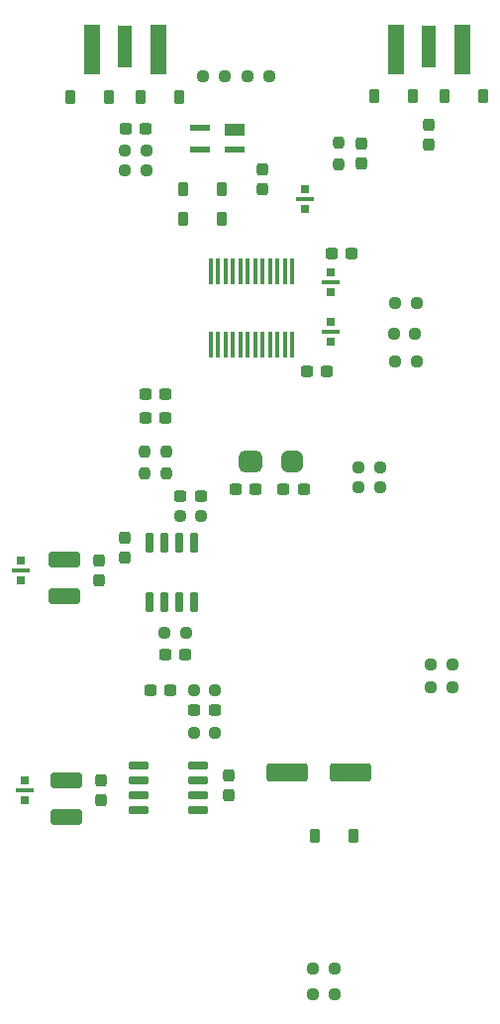
<source format=gbr>
%TF.GenerationSoftware,KiCad,Pcbnew,7.0.1*%
%TF.CreationDate,2023-04-12T14:42:12+09:00*%
%TF.ProjectId,KiCad-Si4735,4b694361-642d-4536-9934-3733352e6b69,rev?*%
%TF.SameCoordinates,PX6bc3e40PY88601c0*%
%TF.FileFunction,Paste,Top*%
%TF.FilePolarity,Positive*%
%FSLAX46Y46*%
G04 Gerber Fmt 4.6, Leading zero omitted, Abs format (unit mm)*
G04 Created by KiCad (PCBNEW 7.0.1) date 2023-04-12 14:42:12*
%MOMM*%
%LPD*%
G01*
G04 APERTURE LIST*
G04 Aperture macros list*
%AMRoundRect*
0 Rectangle with rounded corners*
0 $1 Rounding radius*
0 $2 $3 $4 $5 $6 $7 $8 $9 X,Y pos of 4 corners*
0 Add a 4 corners polygon primitive as box body*
4,1,4,$2,$3,$4,$5,$6,$7,$8,$9,$2,$3,0*
0 Add four circle primitives for the rounded corners*
1,1,$1+$1,$2,$3*
1,1,$1+$1,$4,$5*
1,1,$1+$1,$6,$7*
1,1,$1+$1,$8,$9*
0 Add four rect primitives between the rounded corners*
20,1,$1+$1,$2,$3,$4,$5,0*
20,1,$1+$1,$4,$5,$6,$7,0*
20,1,$1+$1,$6,$7,$8,$9,0*
20,1,$1+$1,$8,$9,$2,$3,0*%
G04 Aperture macros list end*
%ADD10RoundRect,0.237500X0.237500X-0.300000X0.237500X0.300000X-0.237500X0.300000X-0.237500X-0.300000X0*%
%ADD11R,0.400000X2.200000*%
%ADD12R,0.750000X0.675000*%
%ADD13R,1.550000X0.400000*%
%ADD14RoundRect,0.237500X-0.237500X0.250000X-0.237500X-0.250000X0.237500X-0.250000X0.237500X0.250000X0*%
%ADD15RoundRect,0.225000X-0.225000X-0.375000X0.225000X-0.375000X0.225000X0.375000X-0.225000X0.375000X0*%
%ADD16RoundRect,0.150000X-0.150000X0.725000X-0.150000X-0.725000X0.150000X-0.725000X0.150000X0.725000X0*%
%ADD17RoundRect,0.250000X1.100000X-0.412500X1.100000X0.412500X-1.100000X0.412500X-1.100000X-0.412500X0*%
%ADD18RoundRect,0.225000X0.225000X0.375000X-0.225000X0.375000X-0.225000X-0.375000X0.225000X-0.375000X0*%
%ADD19RoundRect,0.237500X0.300000X0.237500X-0.300000X0.237500X-0.300000X-0.237500X0.300000X-0.237500X0*%
%ADD20RoundRect,0.237500X-0.250000X-0.237500X0.250000X-0.237500X0.250000X0.237500X-0.250000X0.237500X0*%
%ADD21RoundRect,0.237500X-0.300000X-0.237500X0.300000X-0.237500X0.300000X0.237500X-0.300000X0.237500X0*%
%ADD22RoundRect,0.237500X0.250000X0.237500X-0.250000X0.237500X-0.250000X-0.237500X0.250000X-0.237500X0*%
%ADD23RoundRect,0.250000X1.500000X0.550000X-1.500000X0.550000X-1.500000X-0.550000X1.500000X-0.550000X0*%
%ADD24R,1.270000X3.600000*%
%ADD25R,1.350000X4.200000*%
%ADD26RoundRect,0.450000X-0.550000X-0.450000X0.550000X-0.450000X0.550000X0.450000X-0.550000X0.450000X0*%
%ADD27RoundRect,0.450000X-0.450000X-0.450000X0.450000X-0.450000X0.450000X0.450000X-0.450000X0.450000X0*%
%ADD28RoundRect,0.237500X0.237500X-0.250000X0.237500X0.250000X-0.237500X0.250000X-0.237500X-0.250000X0*%
%ADD29R,1.700000X0.600000*%
%ADD30R,1.700000X1.000000*%
%ADD31RoundRect,0.150000X0.725000X0.150000X-0.725000X0.150000X-0.725000X-0.150000X0.725000X-0.150000X0*%
G04 APERTURE END LIST*
D10*
%TO.C,C22*%
X12000000Y39637500D03*
X12000000Y41362500D03*
%TD*%
%TO.C,C16*%
X9750000Y37687500D03*
X9750000Y39412500D03*
%TD*%
D11*
%TO.C,U1*%
X26292500Y64100000D03*
X25657500Y64100000D03*
X25022500Y64100000D03*
X24387500Y64100000D03*
X23752500Y64100000D03*
X23117500Y64100000D03*
X22482500Y64100000D03*
X21847500Y64100000D03*
X21212500Y64100000D03*
X20577500Y64100000D03*
X19942500Y64100000D03*
X19307500Y64100000D03*
X19307500Y57900000D03*
X19942500Y57900000D03*
X20577500Y57900000D03*
X21212500Y57900000D03*
X21847500Y57900000D03*
X22482500Y57900000D03*
X23117500Y57900000D03*
X23752500Y57900000D03*
X24387500Y57900000D03*
X25022500Y57900000D03*
X25657500Y57900000D03*
X26292500Y57900000D03*
%TD*%
D12*
%TO.C,EMI4*%
X3100000Y37763000D03*
D13*
X3100000Y38600000D03*
D12*
X3100000Y39437000D03*
%TD*%
D14*
%TO.C,R14*%
X15500000Y48712500D03*
X15500000Y46887500D03*
%TD*%
D12*
%TO.C,EMI2*%
X29600000Y58163000D03*
D13*
X29600000Y59000000D03*
D12*
X29600000Y59837000D03*
%TD*%
D15*
%TO.C,D1*%
X28250000Y15900000D03*
X31550000Y15900000D03*
%TD*%
D16*
%TO.C,U3*%
X17905000Y40975000D03*
X16635000Y40975000D03*
X15365000Y40975000D03*
X14095000Y40975000D03*
X14095000Y35825000D03*
X15365000Y35825000D03*
X16635000Y35825000D03*
X17905000Y35825000D03*
%TD*%
D10*
%TO.C,C7*%
X38000000Y74937500D03*
X38000000Y76662500D03*
%TD*%
D17*
%TO.C,C10*%
X6950000Y17500000D03*
X6950000Y20625000D03*
%TD*%
D18*
%TO.C,D3*%
X16650000Y79000000D03*
X13350000Y79000000D03*
%TD*%
D19*
%TO.C,C18*%
X15462500Y51600000D03*
X13737500Y51600000D03*
%TD*%
D20*
%TO.C,R2*%
X35087500Y56400000D03*
X36912500Y56400000D03*
%TD*%
D21*
%TO.C,C8*%
X21437500Y45500000D03*
X23162500Y45500000D03*
%TD*%
%TO.C,C23*%
X15437500Y31400000D03*
X17162500Y31400000D03*
%TD*%
D20*
%TO.C,R20*%
X28087500Y2350000D03*
X29912500Y2350000D03*
%TD*%
D22*
%TO.C,R13*%
X33812500Y47400000D03*
X31987500Y47400000D03*
%TD*%
D15*
%TO.C,D5*%
X33350000Y79100000D03*
X36650000Y79100000D03*
%TD*%
D20*
%TO.C,R16*%
X38175000Y30510000D03*
X40000000Y30510000D03*
%TD*%
D19*
%TO.C,C3*%
X29262500Y55600000D03*
X27537500Y55600000D03*
%TD*%
D10*
%TO.C,C5*%
X23700000Y71137500D03*
X23700000Y72862500D03*
%TD*%
D15*
%TO.C,D4*%
X39350000Y79100000D03*
X42650000Y79100000D03*
%TD*%
D21*
%TO.C,C15*%
X16737500Y44900000D03*
X18462500Y44900000D03*
%TD*%
D10*
%TO.C,C4*%
X32200000Y73337500D03*
X32200000Y75062500D03*
%TD*%
D23*
%TO.C,C1*%
X31300000Y21300000D03*
X25900000Y21300000D03*
%TD*%
D22*
%TO.C,R6*%
X24312500Y80800000D03*
X22487500Y80800000D03*
%TD*%
D15*
%TO.C,D7*%
X16950000Y68600000D03*
X20250000Y68600000D03*
%TD*%
D24*
%TO.C,J4*%
X12000000Y83342500D03*
D25*
X14825000Y83142500D03*
X9175000Y83142500D03*
%TD*%
D14*
%TO.C,R15*%
X13700000Y48712500D03*
X13700000Y46887500D03*
%TD*%
D12*
%TO.C,EMI1*%
X29600000Y62363000D03*
D13*
X29600000Y63200000D03*
D12*
X29600000Y64037000D03*
%TD*%
D20*
%TO.C,R10*%
X17875000Y28300000D03*
X19700000Y28300000D03*
%TD*%
D19*
%TO.C,C11*%
X19650000Y26600000D03*
X17925000Y26600000D03*
%TD*%
D17*
%TO.C,C13*%
X6850000Y36387500D03*
X6850000Y39512500D03*
%TD*%
D22*
%TO.C,R8*%
X13800000Y74500000D03*
X11975000Y74500000D03*
%TD*%
D18*
%TO.C,D6*%
X20250000Y71200000D03*
X16950000Y71200000D03*
%TD*%
D20*
%TO.C,R3*%
X35087500Y61400000D03*
X36912500Y61400000D03*
%TD*%
D19*
%TO.C,C6*%
X13762500Y76300000D03*
X12037500Y76300000D03*
%TD*%
D21*
%TO.C,C14*%
X14175000Y28300000D03*
X15900000Y28300000D03*
%TD*%
D18*
%TO.C,D2*%
X10650000Y79000000D03*
X7350000Y79000000D03*
%TD*%
D26*
%TO.C,Y1*%
X22762500Y47900000D03*
D27*
X26262500Y47900000D03*
%TD*%
D19*
%TO.C,C9*%
X27262500Y45500000D03*
X25537500Y45500000D03*
%TD*%
D20*
%TO.C,R9*%
X17875000Y24700000D03*
X19700000Y24700000D03*
%TD*%
%TO.C,R11*%
X16700000Y43200000D03*
X18525000Y43200000D03*
%TD*%
D10*
%TO.C,C12*%
X9950000Y18887500D03*
X9950000Y20612500D03*
%TD*%
D28*
%TO.C,R4*%
X30300000Y73287500D03*
X30300000Y75112500D03*
%TD*%
D22*
%TO.C,R7*%
X20512500Y80800000D03*
X18687500Y80800000D03*
%TD*%
D29*
%TO.C,Q1*%
X18400000Y76450000D03*
X18400000Y74550000D03*
X21400000Y74550000D03*
D30*
X21400000Y76250000D03*
%TD*%
D10*
%TO.C,C19*%
X20900000Y19337500D03*
X20900000Y21062500D03*
%TD*%
D12*
%TO.C,EMI3*%
X27400000Y69463000D03*
D13*
X27400000Y70300000D03*
D12*
X27400000Y71137000D03*
%TD*%
D22*
%TO.C,R12*%
X33812500Y45700000D03*
X31987500Y45700000D03*
%TD*%
D20*
%TO.C,R1*%
X34975000Y58800000D03*
X36800000Y58800000D03*
%TD*%
D31*
%TO.C,U2*%
X18275000Y18095000D03*
X18275000Y19365000D03*
X18275000Y20635000D03*
X18275000Y21905000D03*
X13125000Y21905000D03*
X13125000Y20635000D03*
X13125000Y19365000D03*
X13125000Y18095000D03*
%TD*%
D24*
%TO.C,J5*%
X38000000Y83342500D03*
D25*
X40825000Y83142500D03*
X35175000Y83142500D03*
%TD*%
D21*
%TO.C,C2*%
X29637500Y65700000D03*
X31362500Y65700000D03*
%TD*%
D20*
%TO.C,R5*%
X11975000Y72800000D03*
X13800000Y72800000D03*
%TD*%
%TO.C,R19*%
X28087500Y4500000D03*
X29912500Y4500000D03*
%TD*%
%TO.C,R17*%
X38175000Y28600000D03*
X40000000Y28600000D03*
%TD*%
D19*
%TO.C,C20*%
X15462500Y53600000D03*
X13737500Y53600000D03*
%TD*%
D12*
%TO.C,EMI5*%
X3400000Y20599500D03*
D13*
X3400000Y19762500D03*
D12*
X3400000Y18925500D03*
%TD*%
D22*
%TO.C,R18*%
X17212500Y33200000D03*
X15387500Y33200000D03*
%TD*%
M02*

</source>
